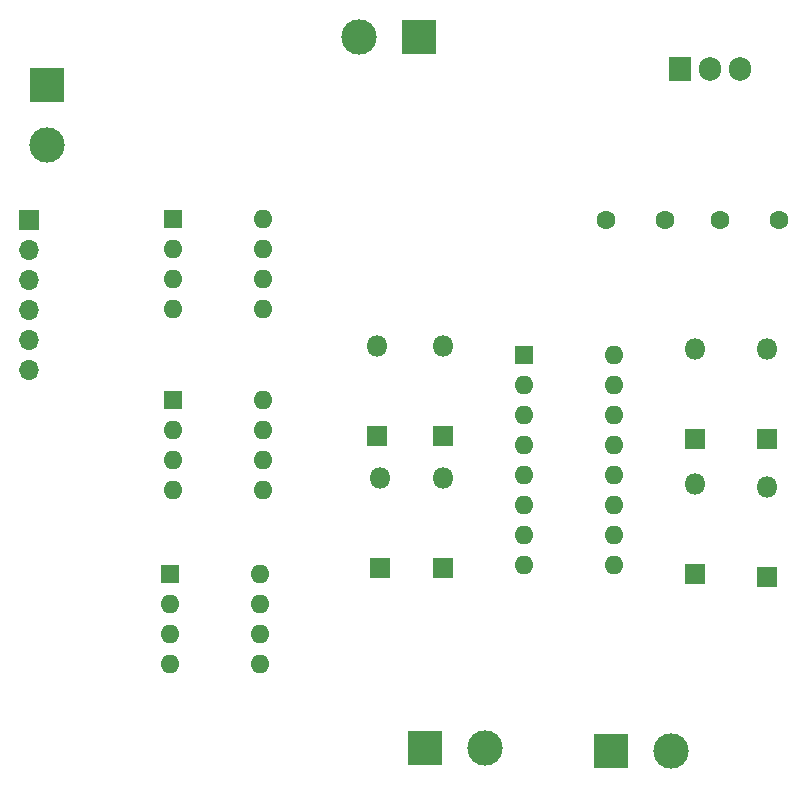
<source format=gbr>
%TF.GenerationSoftware,KiCad,Pcbnew,7.0.2*%
%TF.CreationDate,2023-10-11T17:53:06-05:00*%
%TF.ProjectId,motor_driver,6d6f746f-725f-4647-9269-7665722e6b69,rev?*%
%TF.SameCoordinates,Original*%
%TF.FileFunction,Soldermask,Top*%
%TF.FilePolarity,Negative*%
%FSLAX46Y46*%
G04 Gerber Fmt 4.6, Leading zero omitted, Abs format (unit mm)*
G04 Created by KiCad (PCBNEW 7.0.2) date 2023-10-11 17:53:06*
%MOMM*%
%LPD*%
G01*
G04 APERTURE LIST*
%ADD10R,1.600000X1.600000*%
%ADD11O,1.600000X1.600000*%
%ADD12R,1.905000X2.000000*%
%ADD13O,1.905000X2.000000*%
%ADD14R,3.000000X3.000000*%
%ADD15C,3.000000*%
%ADD16R,1.700000X1.700000*%
%ADD17O,1.700000X1.700000*%
%ADD18R,1.800000X1.800000*%
%ADD19O,1.800000X1.800000*%
%ADD20C,1.600000*%
G04 APERTURE END LIST*
D10*
%TO.C,U5*%
X90668000Y-58410000D03*
D11*
X90668000Y-60950000D03*
X90668000Y-63490000D03*
X90668000Y-66030000D03*
X98288000Y-66030000D03*
X98288000Y-63490000D03*
X98288000Y-60950000D03*
X98288000Y-58410000D03*
%TD*%
D10*
%TO.C,U4*%
X90678000Y-73660000D03*
D11*
X90678000Y-76200000D03*
X90678000Y-78740000D03*
X90678000Y-81280000D03*
X98298000Y-81280000D03*
X98298000Y-78740000D03*
X98298000Y-76200000D03*
X98298000Y-73660000D03*
%TD*%
D10*
%TO.C,U3*%
X90424000Y-88392000D03*
D11*
X90424000Y-90932000D03*
X90424000Y-93472000D03*
X90424000Y-96012000D03*
X98044000Y-96012000D03*
X98044000Y-93472000D03*
X98044000Y-90932000D03*
X98044000Y-88392000D03*
%TD*%
D12*
%TO.C,U2*%
X133604000Y-45649000D03*
D13*
X136144000Y-45649000D03*
X138684000Y-45649000D03*
%TD*%
D10*
%TO.C,U1*%
X120396000Y-69850000D03*
D11*
X120396000Y-72390000D03*
X120396000Y-74930000D03*
X120396000Y-77470000D03*
X120396000Y-80010000D03*
X120396000Y-82550000D03*
X120396000Y-85090000D03*
X120396000Y-87630000D03*
X128016000Y-87630000D03*
X128016000Y-85090000D03*
X128016000Y-82550000D03*
X128016000Y-80010000D03*
X128016000Y-77470000D03*
X128016000Y-74930000D03*
X128016000Y-72390000D03*
X128016000Y-69850000D03*
%TD*%
D14*
%TO.C,J5*%
X111506000Y-42926000D03*
D15*
X106426000Y-42926000D03*
%TD*%
D16*
%TO.C,J4*%
X78511000Y-58445000D03*
D17*
X78511000Y-60985000D03*
X78511000Y-63525000D03*
X78511000Y-66065000D03*
X78511000Y-68605000D03*
X78511000Y-71145000D03*
%TD*%
D14*
%TO.C,J3*%
X127762000Y-103378000D03*
D15*
X132842000Y-103378000D03*
%TD*%
D14*
%TO.C,J2*%
X112014000Y-103124000D03*
D15*
X117094000Y-103124000D03*
%TD*%
D14*
%TO.C,J1*%
X80010000Y-46990000D03*
D15*
X80010000Y-52070000D03*
%TD*%
D18*
%TO.C,D12*%
X140970000Y-76962000D03*
D19*
X140970000Y-69342000D03*
%TD*%
%TO.C,D11*%
X134874000Y-69342000D03*
D18*
X134874000Y-76962000D03*
%TD*%
%TO.C,D10*%
X140970000Y-88646000D03*
D19*
X140970000Y-81026000D03*
%TD*%
%TO.C,D9*%
X134874000Y-80772000D03*
D18*
X134874000Y-88392000D03*
%TD*%
%TO.C,D6*%
X107940000Y-76718000D03*
D19*
X107940000Y-69098000D03*
%TD*%
D18*
%TO.C,D5*%
X108194000Y-87894000D03*
D19*
X108194000Y-80274000D03*
%TD*%
D18*
%TO.C,D4*%
X113528000Y-87894000D03*
D19*
X113528000Y-80274000D03*
%TD*%
D18*
%TO.C,D3*%
X113528000Y-76718000D03*
D19*
X113528000Y-69098000D03*
%TD*%
D20*
%TO.C,C2*%
X127334000Y-58420000D03*
X132334000Y-58420000D03*
%TD*%
%TO.C,C1*%
X136986000Y-58420000D03*
X141986000Y-58420000D03*
%TD*%
M02*

</source>
